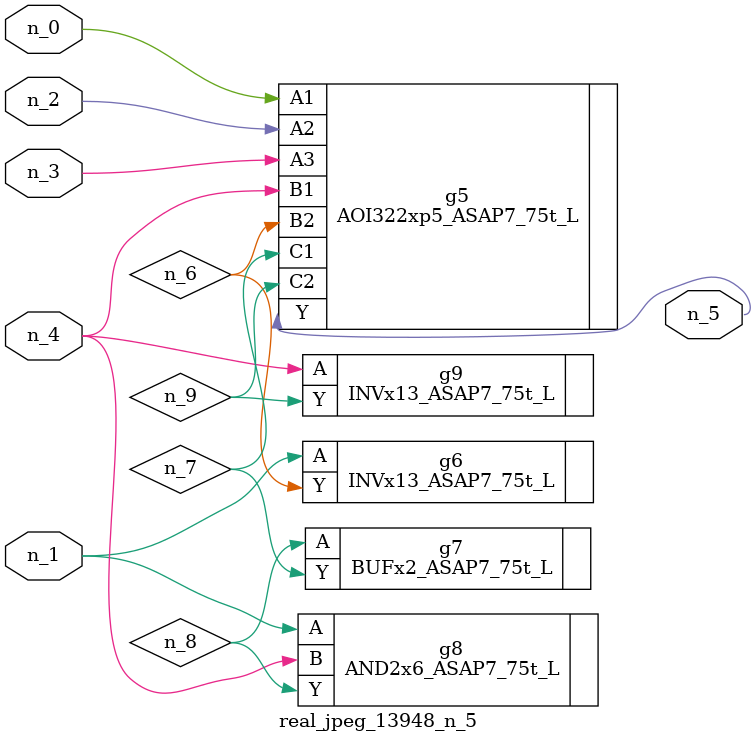
<source format=v>
module real_jpeg_13948_n_5 (n_4, n_0, n_1, n_2, n_3, n_5);

input n_4;
input n_0;
input n_1;
input n_2;
input n_3;

output n_5;

wire n_8;
wire n_6;
wire n_7;
wire n_9;

AOI322xp5_ASAP7_75t_L g5 ( 
.A1(n_0),
.A2(n_2),
.A3(n_3),
.B1(n_4),
.B2(n_6),
.C1(n_7),
.C2(n_9),
.Y(n_5)
);

INVx13_ASAP7_75t_L g6 ( 
.A(n_1),
.Y(n_6)
);

AND2x6_ASAP7_75t_L g8 ( 
.A(n_1),
.B(n_4),
.Y(n_8)
);

INVx13_ASAP7_75t_L g9 ( 
.A(n_4),
.Y(n_9)
);

BUFx2_ASAP7_75t_L g7 ( 
.A(n_8),
.Y(n_7)
);


endmodule
</source>
